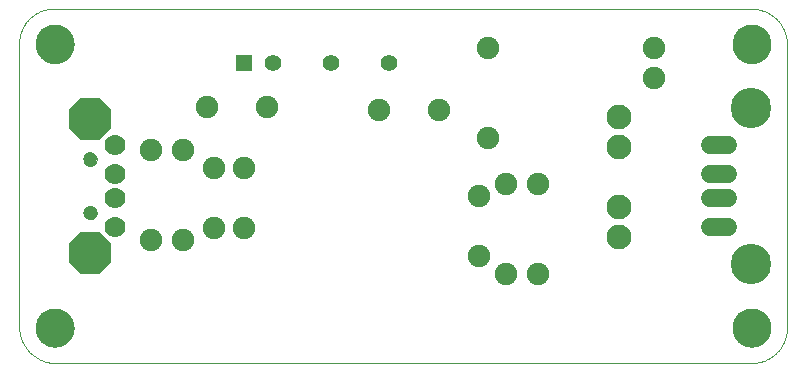
<source format=gbs>
G75*
%MOIN*%
%OFA0B0*%
%FSLAX25Y25*%
%IPPOS*%
%LPD*%
%AMOC8*
5,1,8,0,0,1.08239X$1,22.5*
%
%ADD10C,0.00000*%
%ADD11C,0.12998*%
%ADD12C,0.07487*%
%ADD13C,0.08274*%
%ADD14R,0.05550X0.05550*%
%ADD15C,0.05550*%
%ADD16C,0.06140*%
%ADD17C,0.13455*%
%ADD18OC8,0.14243*%
%ADD19C,0.07000*%
%ADD20C,0.04731*%
D10*
X0047707Y0015186D02*
X0047707Y0109674D01*
X0047720Y0109949D01*
X0047739Y0110225D01*
X0047765Y0110500D01*
X0047798Y0110774D01*
X0047837Y0111047D01*
X0047883Y0111319D01*
X0047936Y0111590D01*
X0047995Y0111860D01*
X0048061Y0112128D01*
X0048133Y0112395D01*
X0048211Y0112659D01*
X0048296Y0112922D01*
X0048387Y0113183D01*
X0048485Y0113441D01*
X0048588Y0113697D01*
X0048698Y0113950D01*
X0048814Y0114201D01*
X0048936Y0114448D01*
X0049064Y0114693D01*
X0049198Y0114934D01*
X0049337Y0115173D01*
X0049482Y0115407D01*
X0049633Y0115639D01*
X0049790Y0115866D01*
X0049951Y0116090D01*
X0050119Y0116309D01*
X0050291Y0116525D01*
X0050469Y0116736D01*
X0050652Y0116943D01*
X0050839Y0117146D01*
X0051032Y0117344D01*
X0051229Y0117537D01*
X0051431Y0117725D01*
X0051637Y0117909D01*
X0051848Y0118087D01*
X0052063Y0118260D01*
X0052282Y0118428D01*
X0052505Y0118591D01*
X0052732Y0118748D01*
X0052962Y0118900D01*
X0053197Y0119046D01*
X0053434Y0119186D01*
X0053675Y0119321D01*
X0053920Y0119450D01*
X0054167Y0119572D01*
X0054417Y0119689D01*
X0054670Y0119800D01*
X0054925Y0119904D01*
X0055183Y0120003D01*
X0055444Y0120095D01*
X0055706Y0120181D01*
X0055970Y0120260D01*
X0056237Y0120333D01*
X0056504Y0120400D01*
X0056774Y0120460D01*
X0057045Y0120513D01*
X0057317Y0120560D01*
X0057590Y0120601D01*
X0057864Y0120634D01*
X0058139Y0120661D01*
X0058414Y0120682D01*
X0058690Y0120696D01*
X0058966Y0120703D01*
X0059242Y0120703D01*
X0059518Y0120697D01*
X0059518Y0120698D02*
X0291801Y0120698D01*
X0285502Y0108887D02*
X0285504Y0109045D01*
X0285510Y0109203D01*
X0285520Y0109361D01*
X0285534Y0109519D01*
X0285552Y0109676D01*
X0285573Y0109833D01*
X0285599Y0109989D01*
X0285629Y0110145D01*
X0285662Y0110300D01*
X0285700Y0110453D01*
X0285741Y0110606D01*
X0285786Y0110758D01*
X0285835Y0110909D01*
X0285888Y0111058D01*
X0285944Y0111206D01*
X0286004Y0111352D01*
X0286068Y0111497D01*
X0286136Y0111640D01*
X0286207Y0111782D01*
X0286281Y0111922D01*
X0286359Y0112059D01*
X0286441Y0112195D01*
X0286525Y0112329D01*
X0286614Y0112460D01*
X0286705Y0112589D01*
X0286800Y0112716D01*
X0286897Y0112841D01*
X0286998Y0112963D01*
X0287102Y0113082D01*
X0287209Y0113199D01*
X0287319Y0113313D01*
X0287432Y0113424D01*
X0287547Y0113533D01*
X0287665Y0113638D01*
X0287786Y0113740D01*
X0287909Y0113840D01*
X0288035Y0113936D01*
X0288163Y0114029D01*
X0288293Y0114119D01*
X0288426Y0114205D01*
X0288561Y0114289D01*
X0288697Y0114368D01*
X0288836Y0114445D01*
X0288977Y0114517D01*
X0289119Y0114587D01*
X0289263Y0114652D01*
X0289409Y0114714D01*
X0289556Y0114772D01*
X0289705Y0114827D01*
X0289855Y0114878D01*
X0290006Y0114925D01*
X0290158Y0114968D01*
X0290311Y0115007D01*
X0290466Y0115043D01*
X0290621Y0115074D01*
X0290777Y0115102D01*
X0290933Y0115126D01*
X0291090Y0115146D01*
X0291248Y0115162D01*
X0291405Y0115174D01*
X0291564Y0115182D01*
X0291722Y0115186D01*
X0291880Y0115186D01*
X0292038Y0115182D01*
X0292197Y0115174D01*
X0292354Y0115162D01*
X0292512Y0115146D01*
X0292669Y0115126D01*
X0292825Y0115102D01*
X0292981Y0115074D01*
X0293136Y0115043D01*
X0293291Y0115007D01*
X0293444Y0114968D01*
X0293596Y0114925D01*
X0293747Y0114878D01*
X0293897Y0114827D01*
X0294046Y0114772D01*
X0294193Y0114714D01*
X0294339Y0114652D01*
X0294483Y0114587D01*
X0294625Y0114517D01*
X0294766Y0114445D01*
X0294905Y0114368D01*
X0295041Y0114289D01*
X0295176Y0114205D01*
X0295309Y0114119D01*
X0295439Y0114029D01*
X0295567Y0113936D01*
X0295693Y0113840D01*
X0295816Y0113740D01*
X0295937Y0113638D01*
X0296055Y0113533D01*
X0296170Y0113424D01*
X0296283Y0113313D01*
X0296393Y0113199D01*
X0296500Y0113082D01*
X0296604Y0112963D01*
X0296705Y0112841D01*
X0296802Y0112716D01*
X0296897Y0112589D01*
X0296988Y0112460D01*
X0297077Y0112329D01*
X0297161Y0112195D01*
X0297243Y0112059D01*
X0297321Y0111922D01*
X0297395Y0111782D01*
X0297466Y0111640D01*
X0297534Y0111497D01*
X0297598Y0111352D01*
X0297658Y0111206D01*
X0297714Y0111058D01*
X0297767Y0110909D01*
X0297816Y0110758D01*
X0297861Y0110606D01*
X0297902Y0110453D01*
X0297940Y0110300D01*
X0297973Y0110145D01*
X0298003Y0109989D01*
X0298029Y0109833D01*
X0298050Y0109676D01*
X0298068Y0109519D01*
X0298082Y0109361D01*
X0298092Y0109203D01*
X0298098Y0109045D01*
X0298100Y0108887D01*
X0298098Y0108729D01*
X0298092Y0108571D01*
X0298082Y0108413D01*
X0298068Y0108255D01*
X0298050Y0108098D01*
X0298029Y0107941D01*
X0298003Y0107785D01*
X0297973Y0107629D01*
X0297940Y0107474D01*
X0297902Y0107321D01*
X0297861Y0107168D01*
X0297816Y0107016D01*
X0297767Y0106865D01*
X0297714Y0106716D01*
X0297658Y0106568D01*
X0297598Y0106422D01*
X0297534Y0106277D01*
X0297466Y0106134D01*
X0297395Y0105992D01*
X0297321Y0105852D01*
X0297243Y0105715D01*
X0297161Y0105579D01*
X0297077Y0105445D01*
X0296988Y0105314D01*
X0296897Y0105185D01*
X0296802Y0105058D01*
X0296705Y0104933D01*
X0296604Y0104811D01*
X0296500Y0104692D01*
X0296393Y0104575D01*
X0296283Y0104461D01*
X0296170Y0104350D01*
X0296055Y0104241D01*
X0295937Y0104136D01*
X0295816Y0104034D01*
X0295693Y0103934D01*
X0295567Y0103838D01*
X0295439Y0103745D01*
X0295309Y0103655D01*
X0295176Y0103569D01*
X0295041Y0103485D01*
X0294905Y0103406D01*
X0294766Y0103329D01*
X0294625Y0103257D01*
X0294483Y0103187D01*
X0294339Y0103122D01*
X0294193Y0103060D01*
X0294046Y0103002D01*
X0293897Y0102947D01*
X0293747Y0102896D01*
X0293596Y0102849D01*
X0293444Y0102806D01*
X0293291Y0102767D01*
X0293136Y0102731D01*
X0292981Y0102700D01*
X0292825Y0102672D01*
X0292669Y0102648D01*
X0292512Y0102628D01*
X0292354Y0102612D01*
X0292197Y0102600D01*
X0292038Y0102592D01*
X0291880Y0102588D01*
X0291722Y0102588D01*
X0291564Y0102592D01*
X0291405Y0102600D01*
X0291248Y0102612D01*
X0291090Y0102628D01*
X0290933Y0102648D01*
X0290777Y0102672D01*
X0290621Y0102700D01*
X0290466Y0102731D01*
X0290311Y0102767D01*
X0290158Y0102806D01*
X0290006Y0102849D01*
X0289855Y0102896D01*
X0289705Y0102947D01*
X0289556Y0103002D01*
X0289409Y0103060D01*
X0289263Y0103122D01*
X0289119Y0103187D01*
X0288977Y0103257D01*
X0288836Y0103329D01*
X0288697Y0103406D01*
X0288561Y0103485D01*
X0288426Y0103569D01*
X0288293Y0103655D01*
X0288163Y0103745D01*
X0288035Y0103838D01*
X0287909Y0103934D01*
X0287786Y0104034D01*
X0287665Y0104136D01*
X0287547Y0104241D01*
X0287432Y0104350D01*
X0287319Y0104461D01*
X0287209Y0104575D01*
X0287102Y0104692D01*
X0286998Y0104811D01*
X0286897Y0104933D01*
X0286800Y0105058D01*
X0286705Y0105185D01*
X0286614Y0105314D01*
X0286525Y0105445D01*
X0286441Y0105579D01*
X0286359Y0105715D01*
X0286281Y0105852D01*
X0286207Y0105992D01*
X0286136Y0106134D01*
X0286068Y0106277D01*
X0286004Y0106422D01*
X0285944Y0106568D01*
X0285888Y0106716D01*
X0285835Y0106865D01*
X0285786Y0107016D01*
X0285741Y0107168D01*
X0285700Y0107321D01*
X0285662Y0107474D01*
X0285629Y0107629D01*
X0285599Y0107785D01*
X0285573Y0107941D01*
X0285552Y0108098D01*
X0285534Y0108255D01*
X0285520Y0108413D01*
X0285510Y0108571D01*
X0285504Y0108729D01*
X0285502Y0108887D01*
X0291801Y0120698D02*
X0292086Y0120695D01*
X0292372Y0120684D01*
X0292657Y0120667D01*
X0292941Y0120643D01*
X0293225Y0120612D01*
X0293508Y0120574D01*
X0293789Y0120529D01*
X0294070Y0120478D01*
X0294350Y0120420D01*
X0294628Y0120355D01*
X0294904Y0120283D01*
X0295178Y0120205D01*
X0295451Y0120120D01*
X0295721Y0120028D01*
X0295989Y0119930D01*
X0296255Y0119826D01*
X0296518Y0119715D01*
X0296778Y0119598D01*
X0297036Y0119475D01*
X0297290Y0119345D01*
X0297541Y0119209D01*
X0297789Y0119068D01*
X0298033Y0118920D01*
X0298274Y0118767D01*
X0298510Y0118607D01*
X0298743Y0118442D01*
X0298972Y0118272D01*
X0299197Y0118096D01*
X0299417Y0117914D01*
X0299633Y0117728D01*
X0299844Y0117536D01*
X0300051Y0117339D01*
X0300253Y0117137D01*
X0300450Y0116930D01*
X0300642Y0116719D01*
X0300828Y0116503D01*
X0301010Y0116283D01*
X0301186Y0116058D01*
X0301356Y0115829D01*
X0301521Y0115596D01*
X0301681Y0115360D01*
X0301834Y0115119D01*
X0301982Y0114875D01*
X0302123Y0114627D01*
X0302259Y0114376D01*
X0302389Y0114122D01*
X0302512Y0113864D01*
X0302629Y0113604D01*
X0302740Y0113341D01*
X0302844Y0113075D01*
X0302942Y0112807D01*
X0303034Y0112537D01*
X0303119Y0112264D01*
X0303197Y0111990D01*
X0303269Y0111714D01*
X0303334Y0111436D01*
X0303392Y0111156D01*
X0303443Y0110875D01*
X0303488Y0110594D01*
X0303526Y0110311D01*
X0303557Y0110027D01*
X0303581Y0109743D01*
X0303598Y0109458D01*
X0303609Y0109172D01*
X0303612Y0108887D01*
X0303612Y0014398D01*
X0285502Y0014398D02*
X0285504Y0014556D01*
X0285510Y0014714D01*
X0285520Y0014872D01*
X0285534Y0015030D01*
X0285552Y0015187D01*
X0285573Y0015344D01*
X0285599Y0015500D01*
X0285629Y0015656D01*
X0285662Y0015811D01*
X0285700Y0015964D01*
X0285741Y0016117D01*
X0285786Y0016269D01*
X0285835Y0016420D01*
X0285888Y0016569D01*
X0285944Y0016717D01*
X0286004Y0016863D01*
X0286068Y0017008D01*
X0286136Y0017151D01*
X0286207Y0017293D01*
X0286281Y0017433D01*
X0286359Y0017570D01*
X0286441Y0017706D01*
X0286525Y0017840D01*
X0286614Y0017971D01*
X0286705Y0018100D01*
X0286800Y0018227D01*
X0286897Y0018352D01*
X0286998Y0018474D01*
X0287102Y0018593D01*
X0287209Y0018710D01*
X0287319Y0018824D01*
X0287432Y0018935D01*
X0287547Y0019044D01*
X0287665Y0019149D01*
X0287786Y0019251D01*
X0287909Y0019351D01*
X0288035Y0019447D01*
X0288163Y0019540D01*
X0288293Y0019630D01*
X0288426Y0019716D01*
X0288561Y0019800D01*
X0288697Y0019879D01*
X0288836Y0019956D01*
X0288977Y0020028D01*
X0289119Y0020098D01*
X0289263Y0020163D01*
X0289409Y0020225D01*
X0289556Y0020283D01*
X0289705Y0020338D01*
X0289855Y0020389D01*
X0290006Y0020436D01*
X0290158Y0020479D01*
X0290311Y0020518D01*
X0290466Y0020554D01*
X0290621Y0020585D01*
X0290777Y0020613D01*
X0290933Y0020637D01*
X0291090Y0020657D01*
X0291248Y0020673D01*
X0291405Y0020685D01*
X0291564Y0020693D01*
X0291722Y0020697D01*
X0291880Y0020697D01*
X0292038Y0020693D01*
X0292197Y0020685D01*
X0292354Y0020673D01*
X0292512Y0020657D01*
X0292669Y0020637D01*
X0292825Y0020613D01*
X0292981Y0020585D01*
X0293136Y0020554D01*
X0293291Y0020518D01*
X0293444Y0020479D01*
X0293596Y0020436D01*
X0293747Y0020389D01*
X0293897Y0020338D01*
X0294046Y0020283D01*
X0294193Y0020225D01*
X0294339Y0020163D01*
X0294483Y0020098D01*
X0294625Y0020028D01*
X0294766Y0019956D01*
X0294905Y0019879D01*
X0295041Y0019800D01*
X0295176Y0019716D01*
X0295309Y0019630D01*
X0295439Y0019540D01*
X0295567Y0019447D01*
X0295693Y0019351D01*
X0295816Y0019251D01*
X0295937Y0019149D01*
X0296055Y0019044D01*
X0296170Y0018935D01*
X0296283Y0018824D01*
X0296393Y0018710D01*
X0296500Y0018593D01*
X0296604Y0018474D01*
X0296705Y0018352D01*
X0296802Y0018227D01*
X0296897Y0018100D01*
X0296988Y0017971D01*
X0297077Y0017840D01*
X0297161Y0017706D01*
X0297243Y0017570D01*
X0297321Y0017433D01*
X0297395Y0017293D01*
X0297466Y0017151D01*
X0297534Y0017008D01*
X0297598Y0016863D01*
X0297658Y0016717D01*
X0297714Y0016569D01*
X0297767Y0016420D01*
X0297816Y0016269D01*
X0297861Y0016117D01*
X0297902Y0015964D01*
X0297940Y0015811D01*
X0297973Y0015656D01*
X0298003Y0015500D01*
X0298029Y0015344D01*
X0298050Y0015187D01*
X0298068Y0015030D01*
X0298082Y0014872D01*
X0298092Y0014714D01*
X0298098Y0014556D01*
X0298100Y0014398D01*
X0298098Y0014240D01*
X0298092Y0014082D01*
X0298082Y0013924D01*
X0298068Y0013766D01*
X0298050Y0013609D01*
X0298029Y0013452D01*
X0298003Y0013296D01*
X0297973Y0013140D01*
X0297940Y0012985D01*
X0297902Y0012832D01*
X0297861Y0012679D01*
X0297816Y0012527D01*
X0297767Y0012376D01*
X0297714Y0012227D01*
X0297658Y0012079D01*
X0297598Y0011933D01*
X0297534Y0011788D01*
X0297466Y0011645D01*
X0297395Y0011503D01*
X0297321Y0011363D01*
X0297243Y0011226D01*
X0297161Y0011090D01*
X0297077Y0010956D01*
X0296988Y0010825D01*
X0296897Y0010696D01*
X0296802Y0010569D01*
X0296705Y0010444D01*
X0296604Y0010322D01*
X0296500Y0010203D01*
X0296393Y0010086D01*
X0296283Y0009972D01*
X0296170Y0009861D01*
X0296055Y0009752D01*
X0295937Y0009647D01*
X0295816Y0009545D01*
X0295693Y0009445D01*
X0295567Y0009349D01*
X0295439Y0009256D01*
X0295309Y0009166D01*
X0295176Y0009080D01*
X0295041Y0008996D01*
X0294905Y0008917D01*
X0294766Y0008840D01*
X0294625Y0008768D01*
X0294483Y0008698D01*
X0294339Y0008633D01*
X0294193Y0008571D01*
X0294046Y0008513D01*
X0293897Y0008458D01*
X0293747Y0008407D01*
X0293596Y0008360D01*
X0293444Y0008317D01*
X0293291Y0008278D01*
X0293136Y0008242D01*
X0292981Y0008211D01*
X0292825Y0008183D01*
X0292669Y0008159D01*
X0292512Y0008139D01*
X0292354Y0008123D01*
X0292197Y0008111D01*
X0292038Y0008103D01*
X0291880Y0008099D01*
X0291722Y0008099D01*
X0291564Y0008103D01*
X0291405Y0008111D01*
X0291248Y0008123D01*
X0291090Y0008139D01*
X0290933Y0008159D01*
X0290777Y0008183D01*
X0290621Y0008211D01*
X0290466Y0008242D01*
X0290311Y0008278D01*
X0290158Y0008317D01*
X0290006Y0008360D01*
X0289855Y0008407D01*
X0289705Y0008458D01*
X0289556Y0008513D01*
X0289409Y0008571D01*
X0289263Y0008633D01*
X0289119Y0008698D01*
X0288977Y0008768D01*
X0288836Y0008840D01*
X0288697Y0008917D01*
X0288561Y0008996D01*
X0288426Y0009080D01*
X0288293Y0009166D01*
X0288163Y0009256D01*
X0288035Y0009349D01*
X0287909Y0009445D01*
X0287786Y0009545D01*
X0287665Y0009647D01*
X0287547Y0009752D01*
X0287432Y0009861D01*
X0287319Y0009972D01*
X0287209Y0010086D01*
X0287102Y0010203D01*
X0286998Y0010322D01*
X0286897Y0010444D01*
X0286800Y0010569D01*
X0286705Y0010696D01*
X0286614Y0010825D01*
X0286525Y0010956D01*
X0286441Y0011090D01*
X0286359Y0011226D01*
X0286281Y0011363D01*
X0286207Y0011503D01*
X0286136Y0011645D01*
X0286068Y0011788D01*
X0286004Y0011933D01*
X0285944Y0012079D01*
X0285888Y0012227D01*
X0285835Y0012376D01*
X0285786Y0012527D01*
X0285741Y0012679D01*
X0285700Y0012832D01*
X0285662Y0012985D01*
X0285629Y0013140D01*
X0285599Y0013296D01*
X0285573Y0013452D01*
X0285552Y0013609D01*
X0285534Y0013766D01*
X0285520Y0013924D01*
X0285510Y0014082D01*
X0285504Y0014240D01*
X0285502Y0014398D01*
X0291801Y0002587D02*
X0292086Y0002590D01*
X0292372Y0002601D01*
X0292657Y0002618D01*
X0292941Y0002642D01*
X0293225Y0002673D01*
X0293508Y0002711D01*
X0293789Y0002756D01*
X0294070Y0002807D01*
X0294350Y0002865D01*
X0294628Y0002930D01*
X0294904Y0003002D01*
X0295178Y0003080D01*
X0295451Y0003165D01*
X0295721Y0003257D01*
X0295989Y0003355D01*
X0296255Y0003459D01*
X0296518Y0003570D01*
X0296778Y0003687D01*
X0297036Y0003810D01*
X0297290Y0003940D01*
X0297541Y0004076D01*
X0297789Y0004217D01*
X0298033Y0004365D01*
X0298274Y0004518D01*
X0298510Y0004678D01*
X0298743Y0004843D01*
X0298972Y0005013D01*
X0299197Y0005189D01*
X0299417Y0005371D01*
X0299633Y0005557D01*
X0299844Y0005749D01*
X0300051Y0005946D01*
X0300253Y0006148D01*
X0300450Y0006355D01*
X0300642Y0006566D01*
X0300828Y0006782D01*
X0301010Y0007002D01*
X0301186Y0007227D01*
X0301356Y0007456D01*
X0301521Y0007689D01*
X0301681Y0007925D01*
X0301834Y0008166D01*
X0301982Y0008410D01*
X0302123Y0008658D01*
X0302259Y0008909D01*
X0302389Y0009163D01*
X0302512Y0009421D01*
X0302629Y0009681D01*
X0302740Y0009944D01*
X0302844Y0010210D01*
X0302942Y0010478D01*
X0303034Y0010748D01*
X0303119Y0011021D01*
X0303197Y0011295D01*
X0303269Y0011571D01*
X0303334Y0011849D01*
X0303392Y0012129D01*
X0303443Y0012410D01*
X0303488Y0012691D01*
X0303526Y0012974D01*
X0303557Y0013258D01*
X0303581Y0013542D01*
X0303598Y0013827D01*
X0303609Y0014113D01*
X0303612Y0014398D01*
X0291801Y0002587D02*
X0059518Y0002587D01*
X0053219Y0014398D02*
X0053221Y0014556D01*
X0053227Y0014714D01*
X0053237Y0014872D01*
X0053251Y0015030D01*
X0053269Y0015187D01*
X0053290Y0015344D01*
X0053316Y0015500D01*
X0053346Y0015656D01*
X0053379Y0015811D01*
X0053417Y0015964D01*
X0053458Y0016117D01*
X0053503Y0016269D01*
X0053552Y0016420D01*
X0053605Y0016569D01*
X0053661Y0016717D01*
X0053721Y0016863D01*
X0053785Y0017008D01*
X0053853Y0017151D01*
X0053924Y0017293D01*
X0053998Y0017433D01*
X0054076Y0017570D01*
X0054158Y0017706D01*
X0054242Y0017840D01*
X0054331Y0017971D01*
X0054422Y0018100D01*
X0054517Y0018227D01*
X0054614Y0018352D01*
X0054715Y0018474D01*
X0054819Y0018593D01*
X0054926Y0018710D01*
X0055036Y0018824D01*
X0055149Y0018935D01*
X0055264Y0019044D01*
X0055382Y0019149D01*
X0055503Y0019251D01*
X0055626Y0019351D01*
X0055752Y0019447D01*
X0055880Y0019540D01*
X0056010Y0019630D01*
X0056143Y0019716D01*
X0056278Y0019800D01*
X0056414Y0019879D01*
X0056553Y0019956D01*
X0056694Y0020028D01*
X0056836Y0020098D01*
X0056980Y0020163D01*
X0057126Y0020225D01*
X0057273Y0020283D01*
X0057422Y0020338D01*
X0057572Y0020389D01*
X0057723Y0020436D01*
X0057875Y0020479D01*
X0058028Y0020518D01*
X0058183Y0020554D01*
X0058338Y0020585D01*
X0058494Y0020613D01*
X0058650Y0020637D01*
X0058807Y0020657D01*
X0058965Y0020673D01*
X0059122Y0020685D01*
X0059281Y0020693D01*
X0059439Y0020697D01*
X0059597Y0020697D01*
X0059755Y0020693D01*
X0059914Y0020685D01*
X0060071Y0020673D01*
X0060229Y0020657D01*
X0060386Y0020637D01*
X0060542Y0020613D01*
X0060698Y0020585D01*
X0060853Y0020554D01*
X0061008Y0020518D01*
X0061161Y0020479D01*
X0061313Y0020436D01*
X0061464Y0020389D01*
X0061614Y0020338D01*
X0061763Y0020283D01*
X0061910Y0020225D01*
X0062056Y0020163D01*
X0062200Y0020098D01*
X0062342Y0020028D01*
X0062483Y0019956D01*
X0062622Y0019879D01*
X0062758Y0019800D01*
X0062893Y0019716D01*
X0063026Y0019630D01*
X0063156Y0019540D01*
X0063284Y0019447D01*
X0063410Y0019351D01*
X0063533Y0019251D01*
X0063654Y0019149D01*
X0063772Y0019044D01*
X0063887Y0018935D01*
X0064000Y0018824D01*
X0064110Y0018710D01*
X0064217Y0018593D01*
X0064321Y0018474D01*
X0064422Y0018352D01*
X0064519Y0018227D01*
X0064614Y0018100D01*
X0064705Y0017971D01*
X0064794Y0017840D01*
X0064878Y0017706D01*
X0064960Y0017570D01*
X0065038Y0017433D01*
X0065112Y0017293D01*
X0065183Y0017151D01*
X0065251Y0017008D01*
X0065315Y0016863D01*
X0065375Y0016717D01*
X0065431Y0016569D01*
X0065484Y0016420D01*
X0065533Y0016269D01*
X0065578Y0016117D01*
X0065619Y0015964D01*
X0065657Y0015811D01*
X0065690Y0015656D01*
X0065720Y0015500D01*
X0065746Y0015344D01*
X0065767Y0015187D01*
X0065785Y0015030D01*
X0065799Y0014872D01*
X0065809Y0014714D01*
X0065815Y0014556D01*
X0065817Y0014398D01*
X0065815Y0014240D01*
X0065809Y0014082D01*
X0065799Y0013924D01*
X0065785Y0013766D01*
X0065767Y0013609D01*
X0065746Y0013452D01*
X0065720Y0013296D01*
X0065690Y0013140D01*
X0065657Y0012985D01*
X0065619Y0012832D01*
X0065578Y0012679D01*
X0065533Y0012527D01*
X0065484Y0012376D01*
X0065431Y0012227D01*
X0065375Y0012079D01*
X0065315Y0011933D01*
X0065251Y0011788D01*
X0065183Y0011645D01*
X0065112Y0011503D01*
X0065038Y0011363D01*
X0064960Y0011226D01*
X0064878Y0011090D01*
X0064794Y0010956D01*
X0064705Y0010825D01*
X0064614Y0010696D01*
X0064519Y0010569D01*
X0064422Y0010444D01*
X0064321Y0010322D01*
X0064217Y0010203D01*
X0064110Y0010086D01*
X0064000Y0009972D01*
X0063887Y0009861D01*
X0063772Y0009752D01*
X0063654Y0009647D01*
X0063533Y0009545D01*
X0063410Y0009445D01*
X0063284Y0009349D01*
X0063156Y0009256D01*
X0063026Y0009166D01*
X0062893Y0009080D01*
X0062758Y0008996D01*
X0062622Y0008917D01*
X0062483Y0008840D01*
X0062342Y0008768D01*
X0062200Y0008698D01*
X0062056Y0008633D01*
X0061910Y0008571D01*
X0061763Y0008513D01*
X0061614Y0008458D01*
X0061464Y0008407D01*
X0061313Y0008360D01*
X0061161Y0008317D01*
X0061008Y0008278D01*
X0060853Y0008242D01*
X0060698Y0008211D01*
X0060542Y0008183D01*
X0060386Y0008159D01*
X0060229Y0008139D01*
X0060071Y0008123D01*
X0059914Y0008111D01*
X0059755Y0008103D01*
X0059597Y0008099D01*
X0059439Y0008099D01*
X0059281Y0008103D01*
X0059122Y0008111D01*
X0058965Y0008123D01*
X0058807Y0008139D01*
X0058650Y0008159D01*
X0058494Y0008183D01*
X0058338Y0008211D01*
X0058183Y0008242D01*
X0058028Y0008278D01*
X0057875Y0008317D01*
X0057723Y0008360D01*
X0057572Y0008407D01*
X0057422Y0008458D01*
X0057273Y0008513D01*
X0057126Y0008571D01*
X0056980Y0008633D01*
X0056836Y0008698D01*
X0056694Y0008768D01*
X0056553Y0008840D01*
X0056414Y0008917D01*
X0056278Y0008996D01*
X0056143Y0009080D01*
X0056010Y0009166D01*
X0055880Y0009256D01*
X0055752Y0009349D01*
X0055626Y0009445D01*
X0055503Y0009545D01*
X0055382Y0009647D01*
X0055264Y0009752D01*
X0055149Y0009861D01*
X0055036Y0009972D01*
X0054926Y0010086D01*
X0054819Y0010203D01*
X0054715Y0010322D01*
X0054614Y0010444D01*
X0054517Y0010569D01*
X0054422Y0010696D01*
X0054331Y0010825D01*
X0054242Y0010956D01*
X0054158Y0011090D01*
X0054076Y0011226D01*
X0053998Y0011363D01*
X0053924Y0011503D01*
X0053853Y0011645D01*
X0053785Y0011788D01*
X0053721Y0011933D01*
X0053661Y0012079D01*
X0053605Y0012227D01*
X0053552Y0012376D01*
X0053503Y0012527D01*
X0053458Y0012679D01*
X0053417Y0012832D01*
X0053379Y0012985D01*
X0053346Y0013140D01*
X0053316Y0013296D01*
X0053290Y0013452D01*
X0053269Y0013609D01*
X0053251Y0013766D01*
X0053237Y0013924D01*
X0053227Y0014082D01*
X0053221Y0014240D01*
X0053219Y0014398D01*
X0047706Y0015186D02*
X0047700Y0014891D01*
X0047702Y0014596D01*
X0047710Y0014301D01*
X0047725Y0014006D01*
X0047748Y0013712D01*
X0047778Y0013418D01*
X0047814Y0013125D01*
X0047858Y0012834D01*
X0047909Y0012543D01*
X0047967Y0012253D01*
X0048032Y0011966D01*
X0048103Y0011679D01*
X0048182Y0011395D01*
X0048268Y0011113D01*
X0048360Y0010832D01*
X0048459Y0010554D01*
X0048565Y0010279D01*
X0048677Y0010006D01*
X0048796Y0009736D01*
X0048921Y0009469D01*
X0049053Y0009205D01*
X0049191Y0008944D01*
X0049336Y0008687D01*
X0049486Y0008433D01*
X0049643Y0008183D01*
X0049806Y0007937D01*
X0049974Y0007695D01*
X0050149Y0007457D01*
X0050329Y0007223D01*
X0050515Y0006994D01*
X0050706Y0006769D01*
X0050902Y0006549D01*
X0051104Y0006333D01*
X0051311Y0006123D01*
X0051523Y0005918D01*
X0051740Y0005718D01*
X0051962Y0005523D01*
X0052188Y0005333D01*
X0052419Y0005150D01*
X0052654Y0004971D01*
X0052893Y0004799D01*
X0053137Y0004632D01*
X0053384Y0004472D01*
X0053636Y0004317D01*
X0053891Y0004168D01*
X0054149Y0004026D01*
X0054411Y0003890D01*
X0054676Y0003760D01*
X0054944Y0003637D01*
X0055215Y0003520D01*
X0055489Y0003410D01*
X0055765Y0003306D01*
X0056044Y0003210D01*
X0056325Y0003119D01*
X0056608Y0003036D01*
X0056893Y0002960D01*
X0057180Y0002890D01*
X0057468Y0002828D01*
X0057758Y0002772D01*
X0058049Y0002724D01*
X0058341Y0002682D01*
X0058634Y0002648D01*
X0058928Y0002621D01*
X0059223Y0002600D01*
X0059517Y0002587D01*
X0069164Y0052784D02*
X0069166Y0052877D01*
X0069172Y0052969D01*
X0069182Y0053061D01*
X0069196Y0053152D01*
X0069213Y0053243D01*
X0069235Y0053333D01*
X0069260Y0053422D01*
X0069289Y0053510D01*
X0069322Y0053596D01*
X0069359Y0053681D01*
X0069399Y0053765D01*
X0069443Y0053846D01*
X0069490Y0053926D01*
X0069540Y0054004D01*
X0069594Y0054079D01*
X0069651Y0054152D01*
X0069711Y0054222D01*
X0069774Y0054290D01*
X0069840Y0054355D01*
X0069908Y0054417D01*
X0069979Y0054477D01*
X0070053Y0054533D01*
X0070129Y0054586D01*
X0070207Y0054635D01*
X0070287Y0054682D01*
X0070369Y0054724D01*
X0070453Y0054764D01*
X0070538Y0054799D01*
X0070625Y0054831D01*
X0070713Y0054860D01*
X0070802Y0054884D01*
X0070892Y0054905D01*
X0070983Y0054921D01*
X0071075Y0054934D01*
X0071167Y0054943D01*
X0071260Y0054948D01*
X0071352Y0054949D01*
X0071445Y0054946D01*
X0071537Y0054939D01*
X0071629Y0054928D01*
X0071720Y0054913D01*
X0071811Y0054895D01*
X0071901Y0054872D01*
X0071989Y0054846D01*
X0072077Y0054816D01*
X0072163Y0054782D01*
X0072247Y0054745D01*
X0072330Y0054703D01*
X0072411Y0054659D01*
X0072491Y0054611D01*
X0072568Y0054560D01*
X0072642Y0054505D01*
X0072715Y0054447D01*
X0072785Y0054387D01*
X0072852Y0054323D01*
X0072916Y0054257D01*
X0072978Y0054187D01*
X0073036Y0054116D01*
X0073091Y0054042D01*
X0073143Y0053965D01*
X0073192Y0053886D01*
X0073238Y0053806D01*
X0073280Y0053723D01*
X0073318Y0053639D01*
X0073353Y0053553D01*
X0073384Y0053466D01*
X0073411Y0053378D01*
X0073434Y0053288D01*
X0073454Y0053198D01*
X0073470Y0053107D01*
X0073482Y0053015D01*
X0073490Y0052923D01*
X0073494Y0052830D01*
X0073494Y0052738D01*
X0073490Y0052645D01*
X0073482Y0052553D01*
X0073470Y0052461D01*
X0073454Y0052370D01*
X0073434Y0052280D01*
X0073411Y0052190D01*
X0073384Y0052102D01*
X0073353Y0052015D01*
X0073318Y0051929D01*
X0073280Y0051845D01*
X0073238Y0051762D01*
X0073192Y0051682D01*
X0073143Y0051603D01*
X0073091Y0051526D01*
X0073036Y0051452D01*
X0072978Y0051381D01*
X0072916Y0051311D01*
X0072852Y0051245D01*
X0072785Y0051181D01*
X0072715Y0051121D01*
X0072642Y0051063D01*
X0072568Y0051008D01*
X0072491Y0050957D01*
X0072412Y0050909D01*
X0072330Y0050865D01*
X0072247Y0050823D01*
X0072163Y0050786D01*
X0072077Y0050752D01*
X0071989Y0050722D01*
X0071901Y0050696D01*
X0071811Y0050673D01*
X0071720Y0050655D01*
X0071629Y0050640D01*
X0071537Y0050629D01*
X0071445Y0050622D01*
X0071352Y0050619D01*
X0071260Y0050620D01*
X0071167Y0050625D01*
X0071075Y0050634D01*
X0070983Y0050647D01*
X0070892Y0050663D01*
X0070802Y0050684D01*
X0070713Y0050708D01*
X0070625Y0050737D01*
X0070538Y0050769D01*
X0070453Y0050804D01*
X0070369Y0050844D01*
X0070287Y0050886D01*
X0070207Y0050933D01*
X0070129Y0050982D01*
X0070053Y0051035D01*
X0069979Y0051091D01*
X0069908Y0051151D01*
X0069840Y0051213D01*
X0069774Y0051278D01*
X0069711Y0051346D01*
X0069651Y0051416D01*
X0069594Y0051489D01*
X0069540Y0051564D01*
X0069490Y0051642D01*
X0069443Y0051722D01*
X0069399Y0051803D01*
X0069359Y0051887D01*
X0069322Y0051972D01*
X0069289Y0052058D01*
X0069260Y0052146D01*
X0069235Y0052235D01*
X0069213Y0052325D01*
X0069196Y0052416D01*
X0069182Y0052507D01*
X0069172Y0052599D01*
X0069166Y0052691D01*
X0069164Y0052784D01*
X0069164Y0070501D02*
X0069166Y0070594D01*
X0069172Y0070686D01*
X0069182Y0070778D01*
X0069196Y0070869D01*
X0069213Y0070960D01*
X0069235Y0071050D01*
X0069260Y0071139D01*
X0069289Y0071227D01*
X0069322Y0071313D01*
X0069359Y0071398D01*
X0069399Y0071482D01*
X0069443Y0071563D01*
X0069490Y0071643D01*
X0069540Y0071721D01*
X0069594Y0071796D01*
X0069651Y0071869D01*
X0069711Y0071939D01*
X0069774Y0072007D01*
X0069840Y0072072D01*
X0069908Y0072134D01*
X0069979Y0072194D01*
X0070053Y0072250D01*
X0070129Y0072303D01*
X0070207Y0072352D01*
X0070287Y0072399D01*
X0070369Y0072441D01*
X0070453Y0072481D01*
X0070538Y0072516D01*
X0070625Y0072548D01*
X0070713Y0072577D01*
X0070802Y0072601D01*
X0070892Y0072622D01*
X0070983Y0072638D01*
X0071075Y0072651D01*
X0071167Y0072660D01*
X0071260Y0072665D01*
X0071352Y0072666D01*
X0071445Y0072663D01*
X0071537Y0072656D01*
X0071629Y0072645D01*
X0071720Y0072630D01*
X0071811Y0072612D01*
X0071901Y0072589D01*
X0071989Y0072563D01*
X0072077Y0072533D01*
X0072163Y0072499D01*
X0072247Y0072462D01*
X0072330Y0072420D01*
X0072411Y0072376D01*
X0072491Y0072328D01*
X0072568Y0072277D01*
X0072642Y0072222D01*
X0072715Y0072164D01*
X0072785Y0072104D01*
X0072852Y0072040D01*
X0072916Y0071974D01*
X0072978Y0071904D01*
X0073036Y0071833D01*
X0073091Y0071759D01*
X0073143Y0071682D01*
X0073192Y0071603D01*
X0073238Y0071523D01*
X0073280Y0071440D01*
X0073318Y0071356D01*
X0073353Y0071270D01*
X0073384Y0071183D01*
X0073411Y0071095D01*
X0073434Y0071005D01*
X0073454Y0070915D01*
X0073470Y0070824D01*
X0073482Y0070732D01*
X0073490Y0070640D01*
X0073494Y0070547D01*
X0073494Y0070455D01*
X0073490Y0070362D01*
X0073482Y0070270D01*
X0073470Y0070178D01*
X0073454Y0070087D01*
X0073434Y0069997D01*
X0073411Y0069907D01*
X0073384Y0069819D01*
X0073353Y0069732D01*
X0073318Y0069646D01*
X0073280Y0069562D01*
X0073238Y0069479D01*
X0073192Y0069399D01*
X0073143Y0069320D01*
X0073091Y0069243D01*
X0073036Y0069169D01*
X0072978Y0069098D01*
X0072916Y0069028D01*
X0072852Y0068962D01*
X0072785Y0068898D01*
X0072715Y0068838D01*
X0072642Y0068780D01*
X0072568Y0068725D01*
X0072491Y0068674D01*
X0072412Y0068626D01*
X0072330Y0068582D01*
X0072247Y0068540D01*
X0072163Y0068503D01*
X0072077Y0068469D01*
X0071989Y0068439D01*
X0071901Y0068413D01*
X0071811Y0068390D01*
X0071720Y0068372D01*
X0071629Y0068357D01*
X0071537Y0068346D01*
X0071445Y0068339D01*
X0071352Y0068336D01*
X0071260Y0068337D01*
X0071167Y0068342D01*
X0071075Y0068351D01*
X0070983Y0068364D01*
X0070892Y0068380D01*
X0070802Y0068401D01*
X0070713Y0068425D01*
X0070625Y0068454D01*
X0070538Y0068486D01*
X0070453Y0068521D01*
X0070369Y0068561D01*
X0070287Y0068603D01*
X0070207Y0068650D01*
X0070129Y0068699D01*
X0070053Y0068752D01*
X0069979Y0068808D01*
X0069908Y0068868D01*
X0069840Y0068930D01*
X0069774Y0068995D01*
X0069711Y0069063D01*
X0069651Y0069133D01*
X0069594Y0069206D01*
X0069540Y0069281D01*
X0069490Y0069359D01*
X0069443Y0069439D01*
X0069399Y0069520D01*
X0069359Y0069604D01*
X0069322Y0069689D01*
X0069289Y0069775D01*
X0069260Y0069863D01*
X0069235Y0069952D01*
X0069213Y0070042D01*
X0069196Y0070133D01*
X0069182Y0070224D01*
X0069172Y0070316D01*
X0069166Y0070408D01*
X0069164Y0070501D01*
X0053219Y0108887D02*
X0053221Y0109045D01*
X0053227Y0109203D01*
X0053237Y0109361D01*
X0053251Y0109519D01*
X0053269Y0109676D01*
X0053290Y0109833D01*
X0053316Y0109989D01*
X0053346Y0110145D01*
X0053379Y0110300D01*
X0053417Y0110453D01*
X0053458Y0110606D01*
X0053503Y0110758D01*
X0053552Y0110909D01*
X0053605Y0111058D01*
X0053661Y0111206D01*
X0053721Y0111352D01*
X0053785Y0111497D01*
X0053853Y0111640D01*
X0053924Y0111782D01*
X0053998Y0111922D01*
X0054076Y0112059D01*
X0054158Y0112195D01*
X0054242Y0112329D01*
X0054331Y0112460D01*
X0054422Y0112589D01*
X0054517Y0112716D01*
X0054614Y0112841D01*
X0054715Y0112963D01*
X0054819Y0113082D01*
X0054926Y0113199D01*
X0055036Y0113313D01*
X0055149Y0113424D01*
X0055264Y0113533D01*
X0055382Y0113638D01*
X0055503Y0113740D01*
X0055626Y0113840D01*
X0055752Y0113936D01*
X0055880Y0114029D01*
X0056010Y0114119D01*
X0056143Y0114205D01*
X0056278Y0114289D01*
X0056414Y0114368D01*
X0056553Y0114445D01*
X0056694Y0114517D01*
X0056836Y0114587D01*
X0056980Y0114652D01*
X0057126Y0114714D01*
X0057273Y0114772D01*
X0057422Y0114827D01*
X0057572Y0114878D01*
X0057723Y0114925D01*
X0057875Y0114968D01*
X0058028Y0115007D01*
X0058183Y0115043D01*
X0058338Y0115074D01*
X0058494Y0115102D01*
X0058650Y0115126D01*
X0058807Y0115146D01*
X0058965Y0115162D01*
X0059122Y0115174D01*
X0059281Y0115182D01*
X0059439Y0115186D01*
X0059597Y0115186D01*
X0059755Y0115182D01*
X0059914Y0115174D01*
X0060071Y0115162D01*
X0060229Y0115146D01*
X0060386Y0115126D01*
X0060542Y0115102D01*
X0060698Y0115074D01*
X0060853Y0115043D01*
X0061008Y0115007D01*
X0061161Y0114968D01*
X0061313Y0114925D01*
X0061464Y0114878D01*
X0061614Y0114827D01*
X0061763Y0114772D01*
X0061910Y0114714D01*
X0062056Y0114652D01*
X0062200Y0114587D01*
X0062342Y0114517D01*
X0062483Y0114445D01*
X0062622Y0114368D01*
X0062758Y0114289D01*
X0062893Y0114205D01*
X0063026Y0114119D01*
X0063156Y0114029D01*
X0063284Y0113936D01*
X0063410Y0113840D01*
X0063533Y0113740D01*
X0063654Y0113638D01*
X0063772Y0113533D01*
X0063887Y0113424D01*
X0064000Y0113313D01*
X0064110Y0113199D01*
X0064217Y0113082D01*
X0064321Y0112963D01*
X0064422Y0112841D01*
X0064519Y0112716D01*
X0064614Y0112589D01*
X0064705Y0112460D01*
X0064794Y0112329D01*
X0064878Y0112195D01*
X0064960Y0112059D01*
X0065038Y0111922D01*
X0065112Y0111782D01*
X0065183Y0111640D01*
X0065251Y0111497D01*
X0065315Y0111352D01*
X0065375Y0111206D01*
X0065431Y0111058D01*
X0065484Y0110909D01*
X0065533Y0110758D01*
X0065578Y0110606D01*
X0065619Y0110453D01*
X0065657Y0110300D01*
X0065690Y0110145D01*
X0065720Y0109989D01*
X0065746Y0109833D01*
X0065767Y0109676D01*
X0065785Y0109519D01*
X0065799Y0109361D01*
X0065809Y0109203D01*
X0065815Y0109045D01*
X0065817Y0108887D01*
X0065815Y0108729D01*
X0065809Y0108571D01*
X0065799Y0108413D01*
X0065785Y0108255D01*
X0065767Y0108098D01*
X0065746Y0107941D01*
X0065720Y0107785D01*
X0065690Y0107629D01*
X0065657Y0107474D01*
X0065619Y0107321D01*
X0065578Y0107168D01*
X0065533Y0107016D01*
X0065484Y0106865D01*
X0065431Y0106716D01*
X0065375Y0106568D01*
X0065315Y0106422D01*
X0065251Y0106277D01*
X0065183Y0106134D01*
X0065112Y0105992D01*
X0065038Y0105852D01*
X0064960Y0105715D01*
X0064878Y0105579D01*
X0064794Y0105445D01*
X0064705Y0105314D01*
X0064614Y0105185D01*
X0064519Y0105058D01*
X0064422Y0104933D01*
X0064321Y0104811D01*
X0064217Y0104692D01*
X0064110Y0104575D01*
X0064000Y0104461D01*
X0063887Y0104350D01*
X0063772Y0104241D01*
X0063654Y0104136D01*
X0063533Y0104034D01*
X0063410Y0103934D01*
X0063284Y0103838D01*
X0063156Y0103745D01*
X0063026Y0103655D01*
X0062893Y0103569D01*
X0062758Y0103485D01*
X0062622Y0103406D01*
X0062483Y0103329D01*
X0062342Y0103257D01*
X0062200Y0103187D01*
X0062056Y0103122D01*
X0061910Y0103060D01*
X0061763Y0103002D01*
X0061614Y0102947D01*
X0061464Y0102896D01*
X0061313Y0102849D01*
X0061161Y0102806D01*
X0061008Y0102767D01*
X0060853Y0102731D01*
X0060698Y0102700D01*
X0060542Y0102672D01*
X0060386Y0102648D01*
X0060229Y0102628D01*
X0060071Y0102612D01*
X0059914Y0102600D01*
X0059755Y0102592D01*
X0059597Y0102588D01*
X0059439Y0102588D01*
X0059281Y0102592D01*
X0059122Y0102600D01*
X0058965Y0102612D01*
X0058807Y0102628D01*
X0058650Y0102648D01*
X0058494Y0102672D01*
X0058338Y0102700D01*
X0058183Y0102731D01*
X0058028Y0102767D01*
X0057875Y0102806D01*
X0057723Y0102849D01*
X0057572Y0102896D01*
X0057422Y0102947D01*
X0057273Y0103002D01*
X0057126Y0103060D01*
X0056980Y0103122D01*
X0056836Y0103187D01*
X0056694Y0103257D01*
X0056553Y0103329D01*
X0056414Y0103406D01*
X0056278Y0103485D01*
X0056143Y0103569D01*
X0056010Y0103655D01*
X0055880Y0103745D01*
X0055752Y0103838D01*
X0055626Y0103934D01*
X0055503Y0104034D01*
X0055382Y0104136D01*
X0055264Y0104241D01*
X0055149Y0104350D01*
X0055036Y0104461D01*
X0054926Y0104575D01*
X0054819Y0104692D01*
X0054715Y0104811D01*
X0054614Y0104933D01*
X0054517Y0105058D01*
X0054422Y0105185D01*
X0054331Y0105314D01*
X0054242Y0105445D01*
X0054158Y0105579D01*
X0054076Y0105715D01*
X0053998Y0105852D01*
X0053924Y0105992D01*
X0053853Y0106134D01*
X0053785Y0106277D01*
X0053721Y0106422D01*
X0053661Y0106568D01*
X0053605Y0106716D01*
X0053552Y0106865D01*
X0053503Y0107016D01*
X0053458Y0107168D01*
X0053417Y0107321D01*
X0053379Y0107474D01*
X0053346Y0107629D01*
X0053316Y0107785D01*
X0053290Y0107941D01*
X0053269Y0108098D01*
X0053251Y0108255D01*
X0053237Y0108413D01*
X0053227Y0108571D01*
X0053221Y0108729D01*
X0053219Y0108887D01*
D11*
X0059518Y0108887D03*
X0059518Y0014398D03*
X0291801Y0014398D03*
X0291801Y0108887D03*
D12*
X0259360Y0107627D03*
X0259360Y0097627D03*
X0204006Y0107587D03*
X0187707Y0086800D03*
X0167707Y0086800D03*
X0204006Y0077587D03*
X0210108Y0062351D03*
X0201132Y0058139D03*
X0220581Y0062351D03*
X0201132Y0038139D03*
X0210108Y0032351D03*
X0220581Y0032351D03*
X0122707Y0047587D03*
X0112707Y0047587D03*
X0102156Y0043611D03*
X0091683Y0043611D03*
X0112707Y0067587D03*
X0122707Y0067587D03*
X0102156Y0073611D03*
X0091683Y0073611D03*
X0110344Y0088099D03*
X0130344Y0088099D03*
D13*
X0247707Y0084635D03*
X0247707Y0074635D03*
X0247707Y0054635D03*
X0247707Y0044635D03*
D14*
X0122707Y0102587D03*
D15*
X0132352Y0102587D03*
X0151644Y0102587D03*
X0170935Y0102587D03*
D16*
X0278104Y0075422D02*
X0283844Y0075422D01*
X0283844Y0065580D02*
X0278104Y0065580D01*
X0278104Y0057706D02*
X0283844Y0057706D01*
X0283844Y0047863D02*
X0278104Y0047863D01*
D17*
X0291644Y0035776D03*
X0291644Y0087509D03*
D18*
X0071329Y0084083D03*
X0071329Y0039202D03*
D19*
X0079596Y0047863D03*
X0079596Y0057706D03*
X0079596Y0065580D03*
X0079596Y0075422D03*
D20*
X0071329Y0070501D03*
X0071329Y0052784D03*
M02*

</source>
